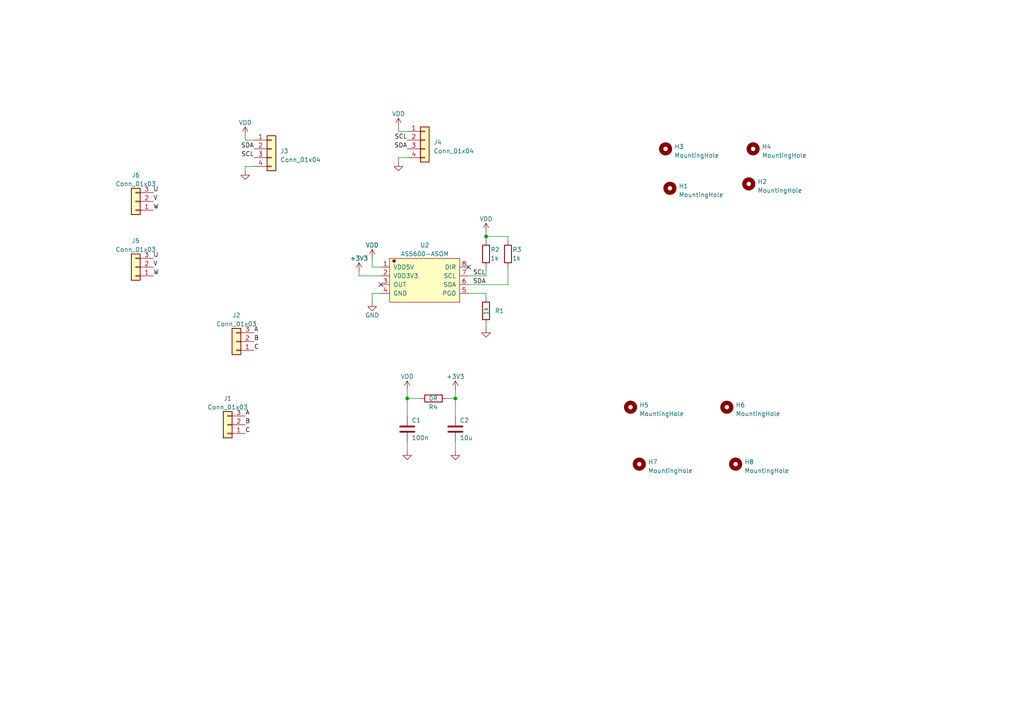
<source format=kicad_sch>
(kicad_sch (version 20230121) (generator eeschema)
  (paper "A4")
  (lib_symbols
    (symbol "AS5600-ASOM_1" (pin_names (offset 1.016))
      (property "Reference" "U" (at 0 9.017 0))
      (property "Value" "AS5600-ASOM" (at 0 14.097 0))
      (symbol "AS5600-ASOM_1_1_1"
        (rectangle (start -10.16 6.35) (end 10.16 -6.35) (stroke (width 0.1524)) (fill (type background)))
        (circle (center -8.89 5.588) (radius 0.381) (stroke (width 0.1524)) (fill (type outline)))
        (circle (center -8.89 5.588) (radius 0.381) (stroke (width 0.1524)) (fill (type outline)))
        (pin input line (at -12.7 3.81 0) (length 2.54) (name "VDD5V") (number "1"))
        (pin input line (at -12.7 1.27 0) (length 2.54) (name "VDD3V3") (number "2"))
        (pin input line (at -12.7 -1.27 0) (length 2.54) (name "OUT") (number "3"))
        (pin input line (at -12.7 -3.81 0) (length 2.54) (name "GND") (number "4"))
        (pin input line (at 12.7 -3.81 180) (length 2.54) (name "PGO") (number "5"))
        (pin input line (at 12.7 -1.27 180) (length 2.54) (name "SDA") (number "6"))
        (pin input line (at 12.7 1.27 180) (length 2.54) (name "SCL") (number "7"))
        (pin input line (at 12.7 3.81 180) (length 2.54) (name "DIR") (number "8"))
      )
    )
    (symbol "Connector_Generic:Conn_01x03" (pin_names (offset 1.016) hide)
      (property "Reference" "J" (at 0 5.08 0))
      (property "Value" "Conn_01x03" (at 0 -5.08 0))
      (symbol "Conn_01x03_1_1"
        (rectangle (start -1.27 -2.413) (end 0 -2.667) (stroke (width 0.1524)))
        (rectangle (start -1.27 0.127) (end 0 -0.127) (stroke (width 0.1524)))
        (rectangle (start -1.27 2.667) (end 0 2.413) (stroke (width 0.1524)))
        (rectangle (start -1.27 3.81) (end 1.27 -3.81) (stroke (width 0.254)) (fill (type background)))
        (pin passive line (at -5.08 2.54 0) (length 3.81) (name "Pin_1") (number "1"))
        (pin passive line (at -5.08 0 0) (length 3.81) (name "Pin_2") (number "2"))
        (pin passive line (at -5.08 -2.54 0) (length 3.81) (name "Pin_3") (number "3"))
      )
    )
    (symbol "Connector_Generic:Conn_01x04" (pin_names (offset 1.016) hide)
      (property "Reference" "J" (at 0 5.08 0))
      (property "Value" "Conn_01x04" (at 0 -7.62 0))
      (symbol "Conn_01x04_1_1"
        (rectangle (start -1.27 -4.953) (end 0 -5.207) (stroke (width 0.1524)))
        (rectangle (start -1.27 -2.413) (end 0 -2.667) (stroke (width 0.1524)))
        (rectangle (start -1.27 0.127) (end 0 -0.127) (stroke (width 0.1524)))
        (rectangle (start -1.27 2.667) (end 0 2.413) (stroke (width 0.1524)))
        (rectangle (start -1.27 3.81) (end 1.27 -6.35) (stroke (width 0.254)) (fill (type background)))
        (pin passive line (at -5.08 2.54 0) (length 3.81) (name "Pin_1") (number "1"))
        (pin passive line (at -5.08 0 0) (length 3.81) (name "Pin_2") (number "2"))
        (pin passive line (at -5.08 -2.54 0) (length 3.81) (name "Pin_3") (number "3"))
        (pin passive line (at -5.08 -5.08 0) (length 3.81) (name "Pin_4") (number "4"))
      )
    )
    (symbol "Device:C" (pin_numbers hide) (pin_names (offset 0.254))
      (property "Reference" "C" (at 0.635 2.54 0))
      (property "Value" "C" (at 0.635 -2.54 0))
      (symbol "C_0_1"
        (polyline (pts (xy -2.032 -0.762) (xy 2.032 -0.762)) (stroke (width 0.508)))
        (polyline (pts (xy -2.032 0.762) (xy 2.032 0.762)) (stroke (width 0.508)))
      )
      (symbol "C_1_1"
        (pin passive line (at 0 3.81 270) (length 2.794) (name "~") (number "1"))
        (pin passive line (at 0 -3.81 90) (length 2.794) (name "~") (number "2"))
      )
    )
    (symbol "Device:R" (pin_numbers hide) (pin_names (offset 0))
      (property "Reference" "R" (at 2.032 0 90))
      (property "Value" "R" (at 0 0 90))
      (symbol "R_0_1"
        (rectangle (start -1.016 -2.54) (end 1.016 2.54) (stroke (width 0.254)))
      )
      (symbol "R_1_1"
        (pin passive line (at 0 3.81 270) (length 1.27) (name "~") (number "1"))
        (pin passive line (at 0 -3.81 90) (length 1.27) (name "~") (number "2"))
      )
    )
    (symbol "Mechanical:MountingHole" (pin_names (offset 1.016))
      (property "Reference" "H" (at 0 5.08 0))
      (property "Value" "MountingHole" (at 0 3.175 0))
      (symbol "MountingHole_0_1"
        (circle (center 0 0) (radius 1.27) (stroke (width 1.27)))
      )
    )
    (symbol "power:+3V3" (power) (pin_names (offset 0))
      (property "Value" "+3V3" (at 0 3.556 0))
      (symbol "+3V3_0_1"
        (polyline (pts (xy -0.762 1.27) (xy 0 2.54)))
        (polyline (pts (xy 0 0) (xy 0 2.54)))
        (polyline (pts (xy 0 2.54) (xy 0.762 1.27)))
      )
      (symbol "+3V3_1_1"
        (pin power_in line (at 0 0 90) (length 0) hide (name "+3V3") (number "1"))
      )
    )
    (symbol "power:GND" (power) (pin_names (offset 0))
      (property "Value" "GND" (at 0 -3.81 0))
      (symbol "GND_0_1"
        (polyline (pts (xy 0 0) (xy 0 -1.27) (xy 1.27 -1.27) (xy 0 -2.54) (xy -1.27 -1.27) (xy 0 -1.27)))
      )
      (symbol "GND_1_1"
        (pin power_in line (at 0 0 270) (length 0) hide (name "GND") (number "1"))
      )
    )
    (symbol "power:VDD" (power) (pin_names (offset 0))
      (property "Value" "VDD" (at 0 3.81 0))
      (symbol "VDD_0_1"
        (polyline (pts (xy -0.762 1.27) (xy 0 2.54)))
        (polyline (pts (xy 0 0) (xy 0 2.54)))
        (polyline (pts (xy 0 2.54) (xy 0.762 1.27)))
      )
      (symbol "VDD_1_1"
        (pin power_in line (at 0 0 90) (length 0) hide (name "VDD") (number "1"))
      )
    )
  )
  (junction (at 118.11 115.57))
  (junction (at 140.97 68.58))
  (junction (at 132.08 115.57))
  (no_connect (at 135.89 77.47))
  (no_connect (at 110.49 82.55))
  (wire (pts (xy 110.49 80.01) (xy 104.14 80.01)))
  (wire (pts (xy 71.12 40.64) (xy 71.12 39.37)))
  (wire (pts (xy 121.92 115.57) (xy 118.11 115.57)))
  (wire (pts (xy 147.32 69.85) (xy 147.32 68.58)))
  (wire (pts (xy 140.97 93.98) (xy 140.97 95.25)))
  (wire (pts (xy 140.97 67.31) (xy 140.97 68.58)))
  (wire (pts (xy 115.57 38.1) (xy 115.57 36.83)))
  (wire (pts (xy 115.57 45.72) (xy 118.11 45.72)))
  (wire (pts (xy 132.08 130.81) (xy 132.08 128.27)))
  (wire (pts (xy 104.14 80.01) (xy 104.14 78.74)))
  (wire (pts (xy 118.11 130.81) (xy 118.11 128.27)))
  (wire (pts (xy 135.89 82.55) (xy 147.32 82.55)))
  (wire (pts (xy 118.11 115.57) (xy 118.11 120.65)))
  (wire (pts (xy 135.89 80.01) (xy 140.97 80.01)))
  (wire (pts (xy 140.97 77.47) (xy 140.97 80.01)))
  (wire (pts (xy 71.12 48.26) (xy 73.66 48.26)))
  (wire (pts (xy 115.57 45.72) (xy 115.57 46.99)))
  (wire (pts (xy 140.97 85.09) (xy 135.89 85.09)))
  (wire (pts (xy 132.08 115.57) (xy 132.08 120.65)))
  (wire (pts (xy 118.11 38.1) (xy 115.57 38.1)))
  (wire (pts (xy 140.97 68.58) (xy 140.97 69.85)))
  (wire (pts (xy 140.97 86.36) (xy 140.97 85.09)))
  (wire (pts (xy 110.49 77.47) (xy 107.95 77.47)))
  (wire (pts (xy 132.08 113.03) (xy 132.08 115.57)))
  (wire (pts (xy 118.11 113.03) (xy 118.11 115.57)))
  (wire (pts (xy 110.49 85.09) (xy 107.95 85.09)))
  (wire (pts (xy 132.08 115.57) (xy 129.54 115.57)))
  (wire (pts (xy 140.97 68.58) (xy 147.32 68.58)))
  (wire (pts (xy 73.66 40.64) (xy 71.12 40.64)))
  (wire (pts (xy 147.32 77.47) (xy 147.32 82.55)))
  (wire (pts (xy 71.12 48.26) (xy 71.12 49.53)))
  (wire (pts (xy 107.95 85.09) (xy 107.95 87.63)))
  (wire (pts (xy 107.95 77.47) (xy 107.95 74.93)))
  (label "SCL" (at 118.11 40.64 180))
  (label "B" (at 71.12 123.19 0))
  (label "SDA" (at 73.66 43.18 180))
  (label "V" (at 44.45 77.47 0))
  (label "C" (at 73.66 101.6 0))
  (label "W" (at 44.45 60.96 0))
  (label "SCL" (at 137.16 80.01 0))
  (label "B" (at 73.66 99.06 0))
  (label "U" (at 44.45 74.93 0))
  (label "U" (at 44.45 55.88 0))
  (label "SCL" (at 73.66 45.72 180))
  (label "SDA" (at 137.16 82.55 0))
  (label "A" (at 71.12 120.65 0))
  (label "SDA" (at 118.11 43.18 180))
  (label "W" (at 44.45 80.01 0))
  (label "A" (at 73.66 96.52 0))
  (label "C" (at 71.12 125.73 0))
  (label "V" (at 44.45 58.42 0))
  (symbol (lib_id "Device:C") (at 118.11 124.46 0) (unit 1)
    (property "Reference" "C1" (at 119.38 121.92 0) (effects (justify left)))
    (property "Value" "100n" (at 119.38 127 0) (effects (justify left)))
    (property "Footprint" "Capacitor_SMD:C_0603_1608Metric_Pad1.08x0.95mm_HandSolder" (effects hide))
  )
  (symbol (lib_id "power:+3V3") (at 104.14 78.74 0) (unit 1)
    (property "Reference" "#PWR06" (effects hide))
    (property "Value" "+3V3" (at 104.14 74.93 0))
  )
  (symbol (lib_id "Mechanical:MountingHole") (at 194.31 54.61 0) (unit 1)
    (property "Reference" "H1" (at 196.85 53.975 0) (effects (justify left)))
    (property "Value" "MountingHole" (at 196.85 56.515 0) (effects (justify left)))
    (property "Footprint" "dp:MountingHole_2.5mm_Pad_TopBottom" (effects hide))
  )
  (symbol (lib_id "Connector_Generic:Conn_01x04") (at 123.19 40.64 0) (unit 1)
    (property "Reference" "J4" (at 125.73 41.275 0) (effects (justify left)))
    (property "Value" "Conn_01x04" (at 125.73 43.815 0) (effects (justify left)))
    (property "Footprint" "dp:CONN-SMD_AFC10-S04QCA-00" (effects hide))
  )
  (symbol (lib_id "Device:R") (at 140.97 73.66 0) (unit 1)
    (property "Reference" "R2" (at 142.24 72.39 0) (effects (justify left)))
    (property "Value" "1k" (at 142.24 74.93 0) (effects (justify left)))
    (property "Footprint" "Capacitor_SMD:C_0603_1608Metric_Pad1.08x0.95mm_HandSolder" (effects hide))
  )
  (symbol (lib_id "power:VDD") (at 115.57 36.83 0) (unit 1)
    (property "Reference" "#PWR012" (effects hide))
    (property "Value" "VDD" (at 115.57 33.02 0))
  )
  (symbol (lib_id "Connector_Generic:Conn_01x04") (at 78.74 43.18 0) (unit 1)
    (property "Reference" "J3" (at 81.28 43.815 0) (effects (justify left)))
    (property "Value" "Conn_01x04" (at 81.28 46.355 0) (effects (justify left)))
    (property "Footprint" "Connector_PinSocket_2.54mm:PinSocket_1x04_P2.54mm_Vertical" (effects hide))
  )
  (symbol (lib_id "Device:C") (at 132.08 124.46 0) (unit 1)
    (property "Reference" "C2" (at 133.35 121.92 0) (effects (justify left)))
    (property "Value" "10u" (at 133.35 127 0) (effects (justify left)))
    (property "Footprint" "Capacitor_SMD:C_0805_2012Metric_Pad1.18x1.45mm_HandSolder" (effects hide))
  )
  (symbol (lib_id "power:VDD") (at 71.12 39.37 0) (unit 1)
    (property "Reference" "#PWR010" (effects hide))
    (property "Value" "VDD" (at 71.12 35.56 0))
  )
  (symbol (lib_id "power:VDD") (at 140.97 67.31 0) (unit 1)
    (property "Reference" "#PWR04" (effects hide))
    (property "Value" "VDD" (at 140.97 63.5 0))
  )
  (symbol (lib_id "Device:R") (at 125.73 115.57 90) (unit 1)
    (property "Reference" "R4" (at 127 118.11 90) (effects (justify left)))
    (property "Value" "0R" (at 127 115.57 90) (effects (justify left)))
    (property "Footprint" "Capacitor_SMD:C_0603_1608Metric_Pad1.08x0.95mm_HandSolder" (effects hide))
  )
  (symbol (lib_id "power:GND") (at 71.12 49.53 0) (unit 1)
    (property "Reference" "#PWR011" (effects hide))
    (property "Value" "GND" (effects hide))
  )
  (symbol (lib_id "Mechanical:MountingHole") (at 185.42 134.62 0) (unit 1)
    (property "Reference" "H7" (at 187.96 133.985 0) (effects (justify left)))
    (property "Value" "MountingHole" (at 187.96 136.525 0) (effects (justify left)))
    (property "Footprint" "MountingHole:MountingHole_3mm_Pad_TopBottom" (effects hide))
  )
  (symbol (lib_id "power:VDD") (at 107.95 74.93 0) (unit 1)
    (property "Reference" "#PWR01" (effects hide))
    (property "Value" "VDD" (at 107.95 71.12 0))
  )
  (symbol (lib_id "Connector_Generic:Conn_01x03") (at 39.37 58.42 180) (unit 1)
    (property "Reference" "J6" (at 39.37 50.8 0))
    (property "Value" "Conn_01x03" (at 39.37 53.34 0))
    (property "Footprint" "dp:CONN-SMD_AFC10-S03QCA-00" (effects hide))
  )
  (symbol (lib_id "Mechanical:MountingHole") (at 213.36 134.62 0) (unit 1)
    (property "Reference" "H8" (at 215.9 133.985 0) (effects (justify left)))
    (property "Value" "MountingHole" (at 215.9 136.525 0) (effects (justify left)))
    (property "Footprint" "MountingHole:MountingHole_3mm_Pad_TopBottom" (effects hide))
  )
  (symbol (lib_name "AS5600-ASOM_1") (lib_id "Display_Graphic:AS5600-ASOM") (at 123.19 81.28 0) (unit 1)
    (property "Reference" "U2" (at 123.19 71.12 0))
    (property "Value" "AS5600-ASOM" (at 123.19 73.66 0))
    (property "Footprint" "dp:SOIC-8_L5.0-W4.0-P1.27-LS6.0-BL" (effects hide))
    (property "Datasheet" "http://www.szlcsc.com/product/details_80958.html" (effects hide))
    (property "SuppliersPartNumber" "C79815" (effects hide))
    (property "uuid" "std:3dbe08ba140b533822d102147baa5002" (effects hide))
  )
  (symbol (lib_id "Mechanical:MountingHole") (at 193.04 43.18 0) (unit 1)
    (property "Reference" "H3" (at 195.58 42.545 0) (effects (justify left)))
    (property "Value" "MountingHole" (at 195.58 45.085 0) (effects (justify left)))
    (property "Footprint" "dp:MountingHole_2.5mm_Pad_TopBottom" (effects hide))
  )
  (symbol (lib_id "power:GND") (at 115.57 46.99 0) (unit 1)
    (property "Reference" "#PWR013" (effects hide))
    (property "Value" "GND" (effects hide))
  )
  (symbol (lib_id "power:GND") (at 132.08 130.81 0) (unit 1)
    (property "Reference" "#PWR09" (effects hide))
    (property "Value" "GND" (effects hide))
  )
  (symbol (lib_id "Mechanical:MountingHole") (at 217.17 53.34 0) (unit 1)
    (property "Reference" "H2" (at 219.71 52.705 0) (effects (justify left)))
    (property "Value" "MountingHole" (at 219.71 55.245 0) (effects (justify left)))
    (property "Footprint" "dp:MountingHole_2.5mm_Pad_TopBottom" (effects hide))
  )
  (symbol (lib_id "power:+3V3") (at 132.08 113.03 0) (unit 1)
    (property "Reference" "#PWR07" (effects hide))
    (property "Value" "+3V3" (at 132.08 109.22 0))
  )
  (symbol (lib_id "power:GND") (at 140.97 95.25 0) (unit 1)
    (property "Reference" "#PWR03" (effects hide))
    (property "Value" "GND" (effects hide))
  )
  (symbol (lib_id "Device:R") (at 140.97 90.17 0) (unit 1)
    (property "Reference" "R1" (at 143.51 90.17 0) (effects (justify left)))
    (property "Value" "1k" (at 140.97 91.44 90) (effects (justify left)))
    (property "Footprint" "Capacitor_SMD:C_0603_1608Metric_Pad1.08x0.95mm_HandSolder" (effects hide))
  )
  (symbol (lib_id "Mechanical:MountingHole") (at 218.44 43.18 0) (unit 1)
    (property "Reference" "H4" (at 220.98 42.545 0) (effects (justify left)))
    (property "Value" "MountingHole" (at 220.98 45.085 0) (effects (justify left)))
    (property "Footprint" "dp:MountingHole_2.5mm_Pad_TopBottom" (effects hide))
  )
  (symbol (lib_id "Connector_Generic:Conn_01x03") (at 39.37 77.47 180) (unit 1)
    (property "Reference" "J5" (at 39.37 69.85 0))
    (property "Value" "Conn_01x03" (at 39.37 72.39 0))
    (property "Footprint" "dp:CONN-SMD_AFC10-S03QCA-00" (effects hide))
  )
  (symbol (lib_id "power:GND") (at 118.11 130.81 0) (unit 1)
    (property "Reference" "#PWR08" (effects hide))
    (property "Value" "GND" (effects hide))
  )
  (symbol (lib_id "Connector_Generic:Conn_01x03") (at 68.58 99.06 180) (unit 1)
    (property "Reference" "J2" (at 68.58 91.44 0))
    (property "Value" "Conn_01x03" (at 68.58 93.98 0))
    (property "Footprint" "Connector_PinSocket_2.54mm:PinSocket_1x03_P2.54mm_Vertical" (effects hide))
  )
  (symbol (lib_id "Device:R") (at 147.32 73.66 0) (unit 1)
    (property "Reference" "R3" (at 148.59 72.39 0) (effects (justify left)))
    (property "Value" "1k" (at 148.59 74.93 0) (effects (justify left)))
    (property "Footprint" "Capacitor_SMD:C_0603_1608Metric_Pad1.08x0.95mm_HandSolder" (effects hide))
  )
  (symbol (lib_id "Mechanical:MountingHole") (at 210.82 118.11 0) (unit 1)
    (property "Reference" "H6" (at 213.36 117.475 0) (effects (justify left)))
    (property "Value" "MountingHole" (at 213.36 120.015 0) (effects (justify left)))
    (property "Footprint" "MountingHole:MountingHole_3mm_Pad_TopBottom" (effects hide))
  )
  (symbol (lib_id "Mechanical:MountingHole") (at 182.88 118.11 0) (unit 1)
    (property "Reference" "H5" (at 185.42 117.475 0) (effects (justify left)))
    (property "Value" "MountingHole" (at 185.42 120.015 0) (effects (justify left)))
    (property "Footprint" "MountingHole:MountingHole_3mm_Pad_TopBottom" (effects hide))
  )
  (symbol (lib_id "Connector_Generic:Conn_01x03") (at 66.04 123.19 180) (unit 1)
    (property "Reference" "J1" (at 66.04 115.57 0))
    (property "Value" "Conn_01x03" (at 66.04 118.11 0))
    (property "Footprint" "Connector_PinSocket_2.54mm:PinSocket_1x03_P2.54mm_Vertical" (effects hide))
  )
  (symbol (lib_id "power:VDD") (at 118.11 113.03 0) (unit 1)
    (property "Reference" "#PWR05" (effects hide))
    (property "Value" "VDD" (at 118.11 109.22 0))
  )
  (symbol (lib_id "power:GND") (at 107.95 87.63 0) (unit 1)
    (property "Reference" "#PWR02" (effects hide))
    (property "Value" "GND" (at 107.95 91.44 0))
  )
)
</source>
